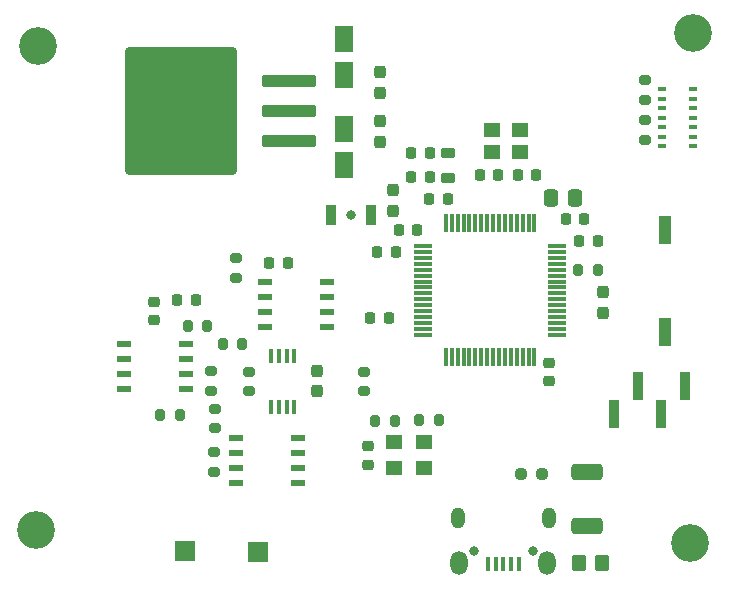
<source format=gbr>
%TF.GenerationSoftware,KiCad,Pcbnew,7.0.2*%
%TF.CreationDate,2023-11-25T19:49:37-03:00*%
%TF.ProjectId,Schematic_monitor,53636865-6d61-4746-9963-5f6d6f6e6974,rev?*%
%TF.SameCoordinates,Original*%
%TF.FileFunction,Soldermask,Top*%
%TF.FilePolarity,Negative*%
%FSLAX45Y45*%
G04 Gerber Fmt 4.5, Leading zero omitted, Abs format (unit mm)*
G04 Created by KiCad (PCBNEW 7.0.2) date 2023-11-25 19:49:37*
%MOMM*%
%LPD*%
G01*
G04 APERTURE LIST*
G04 Aperture macros list*
%AMRoundRect*
0 Rectangle with rounded corners*
0 $1 Rounding radius*
0 $2 $3 $4 $5 $6 $7 $8 $9 X,Y pos of 4 corners*
0 Add a 4 corners polygon primitive as box body*
4,1,4,$2,$3,$4,$5,$6,$7,$8,$9,$2,$3,0*
0 Add four circle primitives for the rounded corners*
1,1,$1+$1,$2,$3*
1,1,$1+$1,$4,$5*
1,1,$1+$1,$6,$7*
1,1,$1+$1,$8,$9*
0 Add four rect primitives between the rounded corners*
20,1,$1+$1,$2,$3,$4,$5,0*
20,1,$1+$1,$4,$5,$6,$7,0*
20,1,$1+$1,$6,$7,$8,$9,0*
20,1,$1+$1,$8,$9,$2,$3,0*%
G04 Aperture macros list end*
%ADD10R,1.120000X2.440000*%
%ADD11RoundRect,0.200000X-0.275000X0.200000X-0.275000X-0.200000X0.275000X-0.200000X0.275000X0.200000X0*%
%ADD12RoundRect,0.237500X-0.237500X0.287500X-0.237500X-0.287500X0.237500X-0.287500X0.237500X0.287500X0*%
%ADD13RoundRect,0.250000X0.350000X0.450000X-0.350000X0.450000X-0.350000X-0.450000X0.350000X-0.450000X0*%
%ADD14RoundRect,0.200000X0.200000X0.275000X-0.200000X0.275000X-0.200000X-0.275000X0.200000X-0.275000X0*%
%ADD15RoundRect,0.200000X0.275000X-0.200000X0.275000X0.200000X-0.275000X0.200000X-0.275000X-0.200000X0*%
%ADD16R,1.400000X1.200000*%
%ADD17RoundRect,0.225000X-0.225000X-0.250000X0.225000X-0.250000X0.225000X0.250000X-0.225000X0.250000X0*%
%ADD18RoundRect,0.237500X0.250000X0.237500X-0.250000X0.237500X-0.250000X-0.237500X0.250000X-0.237500X0*%
%ADD19RoundRect,0.225000X0.225000X0.250000X-0.225000X0.250000X-0.225000X-0.250000X0.225000X-0.250000X0*%
%ADD20RoundRect,0.250000X-0.337500X-0.475000X0.337500X-0.475000X0.337500X0.475000X-0.337500X0.475000X0*%
%ADD21RoundRect,0.237500X0.237500X-0.300000X0.237500X0.300000X-0.237500X0.300000X-0.237500X-0.300000X0*%
%ADD22RoundRect,0.075000X-0.075000X0.700000X-0.075000X-0.700000X0.075000X-0.700000X0.075000X0.700000X0*%
%ADD23RoundRect,0.075000X-0.700000X0.075000X-0.700000X-0.075000X0.700000X-0.075000X0.700000X0.075000X0*%
%ADD24O,1.150000X1.800000*%
%ADD25O,1.450000X2.000000*%
%ADD26O,0.800000X0.800000*%
%ADD27R,0.450000X1.300000*%
%ADD28RoundRect,0.218750X-0.218750X-0.256250X0.218750X-0.256250X0.218750X0.256250X-0.218750X0.256250X0*%
%ADD29R,1.600000X2.200000*%
%ADD30R,0.381000X1.219200*%
%ADD31R,1.700000X1.700000*%
%ADD32C,0.800000*%
%ADD33R,0.900000X1.700000*%
%ADD34R,1.257300X0.508000*%
%ADD35RoundRect,0.225000X-0.250000X0.225000X-0.250000X-0.225000X0.250000X-0.225000X0.250000X0.225000X0*%
%ADD36RoundRect,0.250000X2.050000X0.300000X-2.050000X0.300000X-2.050000X-0.300000X2.050000X-0.300000X0*%
%ADD37RoundRect,0.250002X4.449998X5.149998X-4.449998X5.149998X-4.449998X-5.149998X4.449998X-5.149998X0*%
%ADD38RoundRect,0.218750X-0.381250X0.218750X-0.381250X-0.218750X0.381250X-0.218750X0.381250X0.218750X0*%
%ADD39RoundRect,0.237500X0.237500X-0.287500X0.237500X0.287500X-0.237500X0.287500X-0.237500X-0.287500X0*%
%ADD40RoundRect,0.200000X-0.200000X-0.275000X0.200000X-0.275000X0.200000X0.275000X-0.200000X0.275000X0*%
%ADD41R,0.850000X2.350000*%
%ADD42R,0.711200X0.304800*%
%ADD43RoundRect,0.250000X-1.075000X0.425000X-1.075000X-0.425000X1.075000X-0.425000X1.075000X0.425000X0*%
%ADD44C,3.200000*%
G04 APERTURE END LIST*
D10*
%TO.C,SW2*%
X18057792Y-13110996D03*
X18057792Y-13971996D03*
%TD*%
D11*
%TO.C,R2*%
X14247792Y-14622284D03*
X14247792Y-14787284D03*
%TD*%
D12*
%TO.C,FB2*%
X15642192Y-12185596D03*
X15642192Y-12360596D03*
%TD*%
D13*
%TO.C,R10*%
X17524292Y-15931996D03*
X17324292Y-15931996D03*
%TD*%
D14*
%TO.C,R14*%
X15766292Y-14725496D03*
X15601292Y-14725496D03*
%TD*%
D15*
%TO.C,R7*%
X14212792Y-14472284D03*
X14212792Y-14307284D03*
%TD*%
D16*
%TO.C,Y1*%
X16829792Y-12262996D03*
X16589792Y-12262996D03*
X16589792Y-12452996D03*
X16829792Y-12452996D03*
%TD*%
D14*
%TO.C,R1*%
X17483292Y-13447996D03*
X17318292Y-13447996D03*
%TD*%
D17*
%TO.C,C7*%
X17329292Y-13203996D03*
X17484292Y-13203996D03*
%TD*%
D18*
%TO.C,R15*%
X17016042Y-15177496D03*
X16833542Y-15177496D03*
%TD*%
D19*
%TO.C,C3*%
X16060292Y-12660996D03*
X15905292Y-12660996D03*
%TD*%
D11*
%TO.C,R12*%
X17881792Y-12179396D03*
X17881792Y-12344396D03*
%TD*%
D20*
%TO.C,C5*%
X17088042Y-12839996D03*
X17295542Y-12839996D03*
%TD*%
D21*
%TO.C,C15*%
X15106592Y-14474234D03*
X15106592Y-14301734D03*
%TD*%
D22*
%TO.C,U1*%
X16948792Y-13053496D03*
X16898792Y-13053496D03*
X16848792Y-13053496D03*
X16798792Y-13053496D03*
X16748792Y-13053496D03*
X16698792Y-13053496D03*
X16648792Y-13053496D03*
X16598792Y-13053496D03*
X16548792Y-13053496D03*
X16498792Y-13053496D03*
X16448792Y-13053496D03*
X16398792Y-13053496D03*
X16348792Y-13053496D03*
X16298792Y-13053496D03*
X16248792Y-13053496D03*
X16198792Y-13053496D03*
D23*
X16006292Y-13245996D03*
X16006292Y-13295996D03*
X16006292Y-13345996D03*
X16006292Y-13395996D03*
X16006292Y-13445996D03*
X16006292Y-13495996D03*
X16006292Y-13545996D03*
X16006292Y-13595996D03*
X16006292Y-13645996D03*
X16006292Y-13695996D03*
X16006292Y-13745996D03*
X16006292Y-13795996D03*
X16006292Y-13845996D03*
X16006292Y-13895996D03*
X16006292Y-13945996D03*
X16006292Y-13995996D03*
D22*
X16198792Y-14188496D03*
X16248792Y-14188496D03*
X16298792Y-14188496D03*
X16348792Y-14188496D03*
X16398792Y-14188496D03*
X16448792Y-14188496D03*
X16498792Y-14188496D03*
X16548792Y-14188496D03*
X16598792Y-14188496D03*
X16648792Y-14188496D03*
X16698792Y-14188496D03*
X16748792Y-14188496D03*
X16798792Y-14188496D03*
X16848792Y-14188496D03*
X16898792Y-14188496D03*
X16948792Y-14188496D03*
D23*
X17141292Y-13995996D03*
X17141292Y-13945996D03*
X17141292Y-13895996D03*
X17141292Y-13845996D03*
X17141292Y-13795996D03*
X17141292Y-13745996D03*
X17141292Y-13695996D03*
X17141292Y-13645996D03*
X17141292Y-13595996D03*
X17141292Y-13545996D03*
X17141292Y-13495996D03*
X17141292Y-13445996D03*
X17141292Y-13395996D03*
X17141292Y-13345996D03*
X17141292Y-13295996D03*
X17141292Y-13245996D03*
%TD*%
D19*
%TO.C,C14*%
X16640292Y-12644996D03*
X16485292Y-12644996D03*
%TD*%
D24*
%TO.C,J2*%
X17073792Y-15549996D03*
D25*
X17058792Y-15929996D03*
D26*
X16936292Y-15824996D03*
X16436292Y-15824996D03*
D25*
X16313792Y-15929996D03*
D24*
X16298792Y-15549996D03*
D27*
X16816292Y-15934996D03*
X16751292Y-15934996D03*
X16686292Y-15934996D03*
X16621292Y-15934996D03*
X16556292Y-15934996D03*
%TD*%
D14*
%TO.C,R6*%
X14178292Y-13918784D03*
X14013292Y-13918784D03*
%TD*%
D28*
%TO.C,D3*%
X14704042Y-13388496D03*
X14861542Y-13388496D03*
%TD*%
D29*
%TO.C,C1*%
X15338392Y-12257696D03*
X15338392Y-12557696D03*
%TD*%
D30*
%TO.C,U5*%
X14721292Y-14603874D03*
X14786292Y-14603874D03*
X14851292Y-14603874D03*
X14916292Y-14603874D03*
X14916292Y-14179694D03*
X14851292Y-14179694D03*
X14786292Y-14179694D03*
X14721292Y-14179694D03*
%TD*%
D19*
%TO.C,C8*%
X15772792Y-13296996D03*
X15617792Y-13296996D03*
%TD*%
D11*
%TO.C,R11*%
X17883792Y-11842396D03*
X17883792Y-12007396D03*
%TD*%
D31*
%TO.C,J4*%
X14611792Y-15831496D03*
%TD*%
D32*
%TO.C,SW1*%
X15392000Y-12981000D03*
D33*
X15222000Y-12981000D03*
X15562000Y-12981000D03*
%TD*%
D34*
%TO.C,U8*%
X14669537Y-13551284D03*
X14669537Y-13678284D03*
X14669537Y-13805284D03*
X14669537Y-13932284D03*
X15194047Y-13932284D03*
X15194047Y-13805284D03*
X15194047Y-13678284D03*
X15194047Y-13551284D03*
%TD*%
D29*
%TO.C,C2*%
X15338392Y-11793296D03*
X15338392Y-11493296D03*
%TD*%
D35*
%TO.C,C16*%
X13725792Y-13716284D03*
X13725792Y-13871284D03*
%TD*%
D19*
%TO.C,C4*%
X16214792Y-12844496D03*
X16059792Y-12844496D03*
%TD*%
D17*
%TO.C,C13*%
X16809292Y-12646996D03*
X16964292Y-12646996D03*
%TD*%
D19*
%TO.C,C17*%
X14079292Y-13702784D03*
X13924292Y-13702784D03*
%TD*%
D36*
%TO.C,U2*%
X14874492Y-12354496D03*
X14874492Y-12100496D03*
D37*
X13959492Y-12100496D03*
D36*
X14874492Y-11846496D03*
%TD*%
D19*
%TO.C,C9*%
X15713792Y-13851996D03*
X15558792Y-13851996D03*
%TD*%
D35*
%TO.C,C18*%
X15535792Y-14941996D03*
X15535792Y-15096996D03*
%TD*%
D38*
%TO.C,FB3*%
X16220792Y-12453746D03*
X16220792Y-12666246D03*
%TD*%
D31*
%TO.C,J3*%
X13986792Y-15827496D03*
%TD*%
D39*
%TO.C,FB1*%
X15643192Y-11948096D03*
X15643192Y-11773096D03*
%TD*%
D14*
%TO.C,R5*%
X13945292Y-14673784D03*
X13780292Y-14673784D03*
%TD*%
D17*
%TO.C,C6*%
X17212292Y-13018996D03*
X17367292Y-13018996D03*
%TD*%
D40*
%TO.C,R8*%
X14309292Y-14071784D03*
X14474292Y-14071784D03*
%TD*%
D12*
%TO.C,D2*%
X17526792Y-13636496D03*
X17526792Y-13811496D03*
%TD*%
D19*
%TO.C,C11*%
X16062292Y-12456996D03*
X15907292Y-12456996D03*
%TD*%
D15*
%TO.C,R9*%
X14425792Y-13512284D03*
X14425792Y-13347284D03*
%TD*%
D40*
%TO.C,R13*%
X15972292Y-14718496D03*
X16137292Y-14718496D03*
%TD*%
D41*
%TO.C,J1*%
X17624392Y-14665896D03*
X17824392Y-14430896D03*
X18024392Y-14665896D03*
X18224392Y-14430896D03*
%TD*%
D12*
%TO.C,D1*%
X15752792Y-12773246D03*
X15752792Y-12948246D03*
%TD*%
D11*
%TO.C,R3*%
X14235792Y-14990284D03*
X14235792Y-15155284D03*
%TD*%
%TO.C,R4*%
X14531592Y-14309484D03*
X14531592Y-14474484D03*
%TD*%
D16*
%TO.C,U3*%
X16016792Y-14901246D03*
X15762792Y-14901246D03*
X15762792Y-15121246D03*
X16016792Y-15121246D03*
%TD*%
D35*
%TO.C,C10*%
X17075792Y-14235496D03*
X17075792Y-14390496D03*
%TD*%
D34*
%TO.C,U7*%
X14001047Y-14454284D03*
X14001047Y-14327284D03*
X14001047Y-14200284D03*
X14001047Y-14073284D03*
X13476537Y-14073284D03*
X13476537Y-14200284D03*
X13476537Y-14327284D03*
X13476537Y-14454284D03*
%TD*%
%TO.C,U6*%
X14422282Y-14871284D03*
X14422282Y-14998284D03*
X14422282Y-15125284D03*
X14422282Y-15252284D03*
X14946792Y-15252284D03*
X14946792Y-15125284D03*
X14946792Y-14998284D03*
X14946792Y-14871284D03*
%TD*%
D42*
%TO.C,U4*%
X18030792Y-11918896D03*
X18030792Y-11998896D03*
X18030792Y-12078896D03*
X18030792Y-12158896D03*
X18030792Y-12238896D03*
X18030792Y-12318896D03*
X18030792Y-12398896D03*
X18289872Y-12398896D03*
X18289872Y-12318896D03*
X18289872Y-12238896D03*
X18289872Y-12158896D03*
X18289872Y-12078896D03*
X18289872Y-11998896D03*
X18289872Y-11918896D03*
%TD*%
D43*
%TO.C,D4*%
X17397292Y-15161996D03*
X17397292Y-15611996D03*
%TD*%
D15*
%TO.C,Rg1*%
X15502792Y-14476284D03*
X15502792Y-14311284D03*
%TD*%
D19*
%TO.C,C12*%
X15800292Y-13105496D03*
X15955292Y-13105496D03*
%TD*%
D44*
%TO.C,H2*%
X18291792Y-11440496D03*
%TD*%
%TO.C,H6*%
X12730792Y-15652496D03*
%TD*%
%TO.C,H4*%
X18263792Y-15763496D03*
%TD*%
%TO.C,H1*%
X12747792Y-11551496D03*
%TD*%
M02*

</source>
